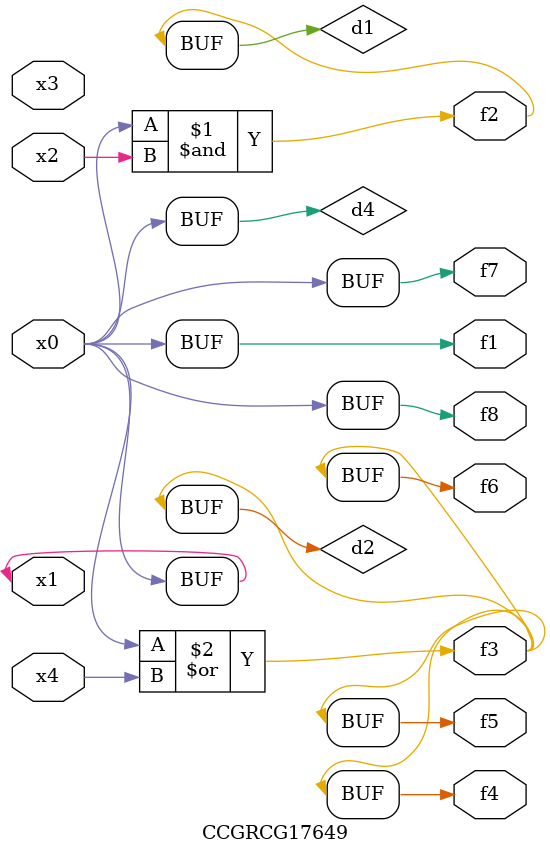
<source format=v>
module CCGRCG17649(
	input x0, x1, x2, x3, x4,
	output f1, f2, f3, f4, f5, f6, f7, f8
);

	wire d1, d2, d3, d4;

	and (d1, x0, x2);
	or (d2, x0, x4);
	nand (d3, x0, x2);
	buf (d4, x0, x1);
	assign f1 = d4;
	assign f2 = d1;
	assign f3 = d2;
	assign f4 = d2;
	assign f5 = d2;
	assign f6 = d2;
	assign f7 = d4;
	assign f8 = d4;
endmodule

</source>
